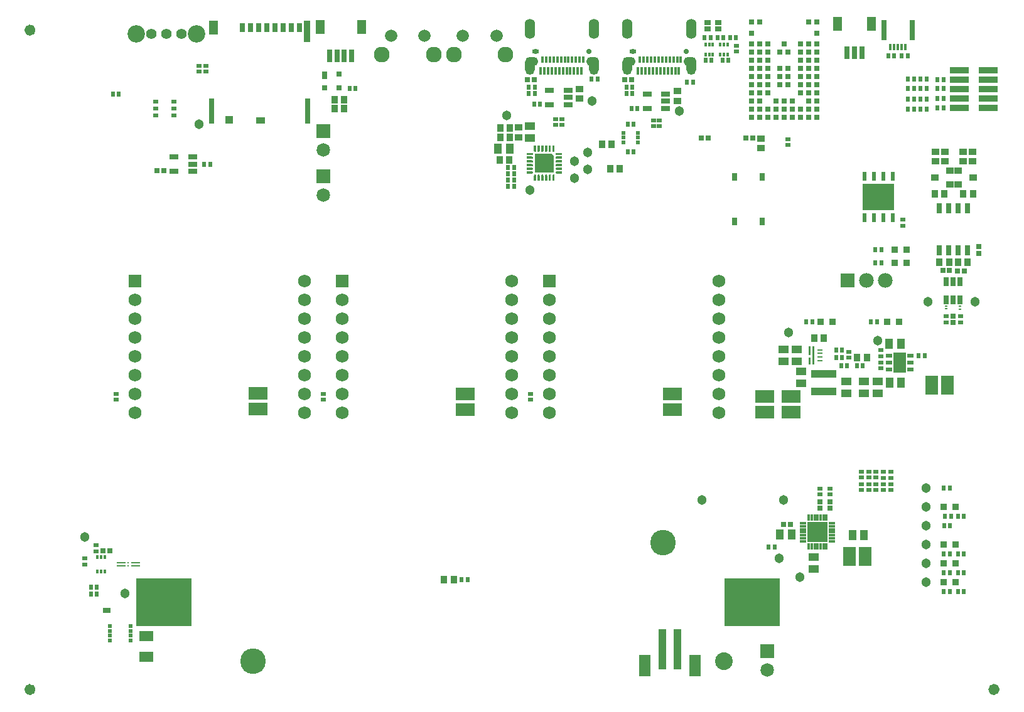
<source format=gts>
G04*
G04 #@! TF.GenerationSoftware,Altium Limited,Altium Designer,23.3.1 (30)*
G04*
G04 Layer_Color=8388736*
%FSLAX43Y43*%
%MOMM*%
G71*
G04*
G04 #@! TF.SameCoordinates,D808C254-9F92-4D33-8E88-3B856B9356EB*
G04*
G04*
G04 #@! TF.FilePolarity,Negative*
G04*
G01*
G75*
%ADD42R,0.700X1.000*%
%ADD56R,0.800X0.550*%
G04:AMPARAMS|DCode=57|XSize=0.25mm|YSize=0.6mm|CornerRadius=0.05mm|HoleSize=0mm|Usage=FLASHONLY|Rotation=270.000|XOffset=0mm|YOffset=0mm|HoleType=Round|Shape=RoundedRectangle|*
%AMROUNDEDRECTD57*
21,1,0.250,0.500,0,0,270.0*
21,1,0.150,0.600,0,0,270.0*
1,1,0.100,-0.250,-0.075*
1,1,0.100,-0.250,0.075*
1,1,0.100,0.250,0.075*
1,1,0.100,0.250,-0.075*
%
%ADD57ROUNDEDRECTD57*%
%ADD58R,2.606X1.703*%
%ADD59R,2.200X2.200*%
%ADD60C,0.270*%
G04:AMPARAMS|DCode=61|XSize=1.25mm|YSize=0.25mm|CornerRadius=0.125mm|HoleSize=0mm|Usage=FLASHONLY|Rotation=0.000|XOffset=0mm|YOffset=0mm|HoleType=Round|Shape=RoundedRectangle|*
%AMROUNDEDRECTD61*
21,1,1.250,0.000,0,0,0.0*
21,1,1.000,0.250,0,0,0.0*
1,1,0.250,0.500,0.000*
1,1,0.250,-0.500,0.000*
1,1,0.250,-0.500,0.000*
1,1,0.250,0.500,0.000*
%
%ADD61ROUNDEDRECTD61*%
%ADD62C,0.250*%
%ADD63R,7.468X6.477*%
%ADD71R,1.703X2.606*%
%ADD72C,0.750*%
G04:AMPARAMS|DCode=73|XSize=0.707mm|YSize=1mm|CornerRadius=0mm|HoleSize=0mm|Usage=FLASHONLY|Rotation=89.313|XOffset=0mm|YOffset=0mm|HoleType=Round|Shape=Rectangle|*
%AMROTATEDRECTD73*
4,1,4,0.496,-0.360,-0.504,-0.348,-0.496,0.360,0.504,0.348,0.496,-0.360,0.0*
%
%ADD73ROTATEDRECTD73*%

%ADD74C,1.302*%
%ADD75R,0.617X0.552*%
%ADD76R,0.402X0.622*%
%ADD77R,0.702X1.302*%
%ADD78R,1.252X0.702*%
%ADD79R,0.402X0.552*%
%ADD80R,0.702X1.352*%
%ADD81R,0.952X0.552*%
%ADD82R,1.802X2.702*%
%ADD83R,4.202X3.602*%
%ADD84R,0.552X1.202*%
%ADD85R,1.302X1.902*%
%ADD86R,0.702X1.652*%
%ADD87R,1.852X1.352*%
%ADD88R,1.452X1.052*%
%ADD89R,0.852X1.002*%
%ADD90R,0.622X0.652*%
%ADD91R,0.952X0.302*%
%ADD92R,0.302X0.952*%
%ADD93R,2.802X2.802*%
%ADD94R,0.602X0.502*%
%ADD95R,1.002X0.902*%
%ADD96R,0.802X0.702*%
%ADD97R,0.802X1.102*%
%ADD98R,0.702X0.702*%
%ADD99R,0.700X2.700*%
%ADD100R,0.400X0.900*%
%ADD101R,0.902X0.902*%
%ADD102R,0.952X0.752*%
%ADD103R,1.002X0.852*%
%ADD104R,2.502X0.862*%
%ADD105R,1.152X0.882*%
%ADD106R,1.002X1.032*%
%ADD107R,0.802X3.432*%
%ADD108R,0.962X2.902*%
%ADD109R,1.242X1.932*%
%ADD110R,0.802X1.202*%
%ADD111R,1.000X5.500*%
%ADD112R,1.600X3.000*%
%ADD113R,0.370X1.000*%
%ADD114R,0.370X0.900*%
%ADD115R,3.502X1.082*%
%ADD116R,0.652X0.622*%
%ADD117R,0.722X0.722*%
%ADD118C,1.102*%
%ADD119R,0.722X0.722*%
%ADD120R,1.052X1.452*%
%ADD121R,0.305X0.127*%
%ADD122C,2.352*%
%ADD123C,1.402*%
%ADD124R,1.753X1.753*%
%ADD125C,1.753*%
%ADD126R,1.827X1.827*%
%ADD127C,1.827*%
%ADD128R,1.981X1.981*%
%ADD129C,1.981*%
%ADD130C,2.128*%
%ADD131C,1.663*%
%ADD132C,2.388*%
%ADD133C,3.450*%
G04:AMPARAMS|DCode=134|XSize=2.402mm|YSize=1.302mm|CornerRadius=0.651mm|HoleSize=0mm|Usage=FLASHONLY|Rotation=270.000|XOffset=0mm|YOffset=0mm|HoleType=Round|Shape=RoundedRectangle|*
%AMROUNDEDRECTD134*
21,1,2.402,0.000,0,0,270.0*
21,1,1.100,1.302,0,0,270.0*
1,1,1.302,0.000,-0.550*
1,1,1.302,0.000,0.550*
1,1,1.302,0.000,0.550*
1,1,1.302,0.000,-0.550*
%
%ADD134ROUNDEDRECTD134*%
%ADD135C,0.702*%
%ADD136O,0.952X0.602*%
G04:AMPARAMS|DCode=137|XSize=2.702mm|YSize=1.402mm|CornerRadius=0.701mm|HoleSize=0mm|Usage=FLASHONLY|Rotation=270.000|XOffset=0mm|YOffset=0mm|HoleType=Round|Shape=RoundedRectangle|*
%AMROUNDEDRECTD137*
21,1,2.702,0.000,0,0,270.0*
21,1,1.300,1.402,0,0,270.0*
1,1,1.402,0.000,-0.650*
1,1,1.402,0.000,0.650*
1,1,1.402,0.000,0.650*
1,1,1.402,0.000,-0.650*
%
%ADD137ROUNDEDRECTD137*%
G04:AMPARAMS|DCode=138|XSize=1.752mm|YSize=1.202mm|CornerRadius=0.601mm|HoleSize=0mm|Usage=FLASHONLY|Rotation=0.000|XOffset=0mm|YOffset=0mm|HoleType=Round|Shape=RoundedRectangle|*
%AMROUNDEDRECTD138*
21,1,1.752,0.000,0,0,0.0*
21,1,0.550,1.202,0,0,0.0*
1,1,1.202,0.275,0.000*
1,1,1.202,-0.275,0.000*
1,1,1.202,-0.275,0.000*
1,1,1.202,0.275,0.000*
%
%ADD138ROUNDEDRECTD138*%
%ADD139C,0.102*%
%ADD140C,0.092*%
G36*
X5750Y74710D02*
Y74680D01*
X5727Y74625D01*
X5685Y74582D01*
X5630Y74560D01*
X5570D01*
X5515Y74582D01*
X5473Y74625D01*
X5450Y74680D01*
Y74710D01*
Y75410D01*
X5750D01*
Y74710D01*
D02*
G37*
G36*
X5250D02*
Y74680D01*
X5227Y74625D01*
X5185Y74582D01*
X5130Y74560D01*
X5070D01*
X5015Y74582D01*
X4973Y74625D01*
X4950Y74680D01*
Y74710D01*
X4950D01*
Y75410D01*
X5250D01*
Y74710D01*
D02*
G37*
G36*
X4750D02*
Y74680D01*
X4727Y74625D01*
X4685Y74582D01*
X4630Y74560D01*
X4570D01*
X4515Y74582D01*
X4473Y74625D01*
X4450Y74680D01*
Y74710D01*
Y75410D01*
X4750D01*
Y74710D01*
D02*
G37*
G36*
X4250D02*
Y74680D01*
X4227Y74625D01*
X4185Y74582D01*
X4130Y74560D01*
X4070D01*
X4015Y74582D01*
X3973Y74625D01*
X3950Y74680D01*
Y74710D01*
Y75410D01*
X4250D01*
Y74710D01*
D02*
G37*
G36*
X3750D02*
Y74680D01*
X3727Y74625D01*
X3685Y74582D01*
X3630Y74560D01*
X3570D01*
X3515Y74582D01*
X3473Y74625D01*
X3450Y74680D01*
Y74710D01*
Y75410D01*
X3750D01*
X3750Y74710D01*
D02*
G37*
G36*
X3250D02*
Y74680D01*
X3227Y74625D01*
X3185Y74582D01*
X3130Y74560D01*
X3070D01*
X3015Y74582D01*
X2973Y74625D01*
X2950Y74680D01*
Y74710D01*
Y75410D01*
X3250D01*
Y74710D01*
D02*
G37*
G36*
X6725Y74135D02*
X5995D01*
X5940Y74157D01*
X5898Y74200D01*
X5875Y74255D01*
Y74285D01*
Y74314D01*
X5898Y74369D01*
X5940Y74412D01*
X5995Y74435D01*
X6725D01*
Y74135D01*
D02*
G37*
G36*
X2760Y74412D02*
X2802Y74369D01*
X2825Y74314D01*
Y74285D01*
Y74255D01*
X2802Y74200D01*
X2760Y74157D01*
X2705Y74135D01*
X1975D01*
Y74435D01*
X2705D01*
X2760Y74412D01*
D02*
G37*
G36*
X6725Y73635D02*
X6025Y73635D01*
X5995D01*
X5940Y73657D01*
X5898Y73700D01*
X5875Y73755D01*
Y73785D01*
Y73814D01*
X5898Y73869D01*
X5940Y73912D01*
X5995Y73935D01*
X6725D01*
Y73635D01*
D02*
G37*
G36*
X2760Y73912D02*
X2802Y73869D01*
X2825Y73814D01*
Y73785D01*
Y73755D01*
X2802Y73700D01*
X2760Y73657D01*
X2705Y73635D01*
X2675D01*
Y73635D01*
X1975D01*
Y73935D01*
X2705D01*
X2760Y73912D01*
D02*
G37*
G36*
X6725Y73135D02*
X5995D01*
X5940Y73157D01*
X5898Y73200D01*
X5875Y73255D01*
Y73285D01*
Y73314D01*
X5898Y73369D01*
X5940Y73412D01*
X5995Y73435D01*
X6725D01*
Y73135D01*
D02*
G37*
G36*
X2760Y73412D02*
X2802Y73369D01*
X2825Y73314D01*
Y73285D01*
Y73255D01*
X2802Y73200D01*
X2760Y73157D01*
X2705Y73135D01*
X1975D01*
Y73435D01*
X2705D01*
X2760Y73412D01*
D02*
G37*
G36*
X6725Y72635D02*
X5995D01*
X5940Y72657D01*
X5898Y72700D01*
X5875Y72755D01*
Y72785D01*
Y72814D01*
X5898Y72869D01*
X5940Y72912D01*
X5995Y72935D01*
X6725D01*
Y72635D01*
D02*
G37*
G36*
X2760Y72912D02*
X2802Y72869D01*
X2825Y72814D01*
Y72785D01*
Y72755D01*
X2802Y72700D01*
X2760Y72657D01*
X2705Y72635D01*
X1975D01*
Y72935D01*
X2705D01*
X2760Y72912D01*
D02*
G37*
G36*
X6725Y72135D02*
X5995D01*
X5940Y72157D01*
X5898Y72200D01*
X5875Y72255D01*
Y72285D01*
Y72314D01*
X5898Y72369D01*
X5940Y72412D01*
X5995Y72435D01*
X6025D01*
Y72435D01*
X6725D01*
Y72135D01*
D02*
G37*
G36*
X2675Y72435D02*
X2705D01*
X2760Y72412D01*
X2802Y72369D01*
X2825Y72314D01*
Y72285D01*
Y72255D01*
X2802Y72200D01*
X2760Y72157D01*
X2705Y72135D01*
X1975D01*
Y72435D01*
X2675Y72435D01*
D02*
G37*
G36*
X5625Y74060D02*
Y71760D01*
X3075D01*
Y74310D01*
X5375D01*
X5625Y74060D01*
D02*
G37*
G36*
X6725Y71635D02*
X5995D01*
X5940Y71657D01*
X5898Y71700D01*
X5875Y71755D01*
Y71785D01*
Y71814D01*
X5898Y71869D01*
X5940Y71912D01*
X5995Y71935D01*
X6725D01*
Y71635D01*
D02*
G37*
G36*
X2760Y71912D02*
X2802Y71869D01*
X2825Y71814D01*
Y71785D01*
Y71755D01*
X2802Y71700D01*
X2760Y71657D01*
X2705Y71635D01*
X1975D01*
Y71935D01*
X2705D01*
X2760Y71912D01*
D02*
G37*
G36*
X5685Y71487D02*
X5727Y71445D01*
X5750Y71389D01*
Y71360D01*
Y70660D01*
X5450D01*
Y71360D01*
Y71389D01*
X5473Y71445D01*
X5515Y71487D01*
X5570Y71510D01*
X5630D01*
X5685Y71487D01*
D02*
G37*
G36*
X5185D02*
X5227Y71445D01*
X5250Y71389D01*
Y71360D01*
Y70660D01*
X4950D01*
X4950Y71360D01*
Y71389D01*
X4973Y71445D01*
X5015Y71487D01*
X5070Y71510D01*
X5130D01*
X5185Y71487D01*
D02*
G37*
G36*
X4685D02*
X4727Y71445D01*
X4750Y71389D01*
Y71360D01*
Y70660D01*
X4450D01*
Y71360D01*
Y71389D01*
X4473Y71445D01*
X4515Y71487D01*
X4570Y71510D01*
X4630D01*
X4685Y71487D01*
D02*
G37*
G36*
X4185D02*
X4227Y71445D01*
X4250Y71389D01*
Y71360D01*
Y70660D01*
X3950D01*
Y71360D01*
Y71389D01*
X3973Y71445D01*
X4015Y71487D01*
X4070Y71510D01*
X4130D01*
X4185Y71487D01*
D02*
G37*
G36*
X3685D02*
X3727Y71445D01*
X3750Y71389D01*
Y71360D01*
X3750D01*
Y70660D01*
X3450D01*
Y71360D01*
Y71389D01*
X3473Y71445D01*
X3515Y71487D01*
X3570Y71510D01*
X3630D01*
X3685Y71487D01*
D02*
G37*
G36*
X3185D02*
X3227Y71445D01*
X3250Y71389D01*
Y71360D01*
Y70660D01*
X2950D01*
Y71360D01*
Y71389D01*
X2973Y71445D01*
X3015Y71487D01*
X3070Y71510D01*
X3130D01*
X3185Y71487D01*
D02*
G37*
G36*
X40263Y48292D02*
X40277Y48278D01*
X40285Y48260D01*
Y48250D01*
Y47150D01*
Y47140D01*
X40277Y47122D01*
X40263Y47108D01*
X40245Y47100D01*
X40025D01*
X40007Y47108D01*
X39993Y47122D01*
X39985Y47140D01*
Y47150D01*
Y48250D01*
Y48260D01*
X39993Y48278D01*
X40007Y48292D01*
X40025Y48300D01*
X40245D01*
X40263Y48292D01*
D02*
G37*
G36*
X40763D02*
X40777Y48278D01*
X40785Y48260D01*
Y48250D01*
Y45950D01*
Y45940D01*
X40777Y45922D01*
X40763Y45908D01*
X40745Y45900D01*
X40575D01*
X40557Y45908D01*
X40543Y45922D01*
X40535Y45940D01*
Y45950D01*
Y48250D01*
Y48260D01*
X40543Y48278D01*
X40557Y48292D01*
X40575Y48300D01*
X40745D01*
X40763Y48292D01*
D02*
G37*
G36*
X40263Y46792D02*
X40277Y46778D01*
X40285Y46760D01*
Y46750D01*
Y45950D01*
Y45940D01*
X40277Y45922D01*
X40263Y45908D01*
X40245Y45900D01*
X40025D01*
X40007Y45908D01*
X39993Y45922D01*
X39985Y45940D01*
Y45950D01*
Y46750D01*
Y46760D01*
X39993Y46778D01*
X40007Y46792D01*
X40025Y46800D01*
X40245D01*
X40263Y46792D01*
D02*
G37*
D42*
X33750Y71200D02*
D03*
Y65200D02*
D03*
X30050Y71200D02*
D03*
Y65200D02*
D03*
D56*
X-45600Y81350D02*
D03*
Y80400D02*
D03*
Y79450D02*
D03*
X-48000D02*
D03*
Y80400D02*
D03*
Y81350D02*
D03*
D57*
X41575Y47850D02*
D03*
Y47350D02*
D03*
Y46850D02*
D03*
Y46350D02*
D03*
D58*
X21600Y41851D02*
D03*
Y39749D02*
D03*
X37600Y41551D02*
D03*
Y39449D02*
D03*
X34100Y41551D02*
D03*
Y39449D02*
D03*
X-34200Y41951D02*
D03*
Y39849D02*
D03*
X-6300Y41851D02*
D03*
Y39749D02*
D03*
D59*
X4350Y73035D02*
D03*
D60*
X6315Y74285D02*
D03*
X6300Y73785D02*
D03*
Y73285D02*
D03*
X6315Y72785D02*
D03*
X6300Y72285D02*
D03*
Y71785D02*
D03*
X5600Y71069D02*
D03*
X5100Y71085D02*
D03*
X4600D02*
D03*
X4100Y71069D02*
D03*
X3600Y71085D02*
D03*
X3100D02*
D03*
X2125Y71785D02*
D03*
X2400Y72285D02*
D03*
Y72785D02*
D03*
X2385Y73285D02*
D03*
X2400Y73785D02*
D03*
Y74285D02*
D03*
X3100Y75260D02*
D03*
X3600Y74985D02*
D03*
X4100D02*
D03*
X4600Y75000D02*
D03*
X5100Y74985D02*
D03*
X5600D02*
D03*
D61*
X-52725Y18650D02*
D03*
X-50725D02*
D03*
Y19150D02*
D03*
X-52725D02*
D03*
D62*
X-51725Y18650D02*
D03*
Y19150D02*
D03*
D63*
X32412Y13800D02*
D03*
X-46963D02*
D03*
D71*
X45549Y20000D02*
D03*
X47651D02*
D03*
X56649Y43100D02*
D03*
X58751D02*
D03*
D72*
X-64625Y91000D02*
G03*
X-64625Y91000I-375J0D01*
G01*
Y2000D02*
G03*
X-64625Y2000I-375J0D01*
G01*
X65375D02*
G03*
X65375Y2000I-375J0D01*
G01*
D73*
X-54662Y12718D02*
D03*
D74*
X-42200Y78300D02*
D03*
X55880Y16510D02*
D03*
Y21590D02*
D03*
Y29210D02*
D03*
Y26670D02*
D03*
Y19050D02*
D03*
Y24130D02*
D03*
X49300Y49100D02*
D03*
X37300Y50200D02*
D03*
X36000Y19700D02*
D03*
X10800Y81400D02*
D03*
X38800Y17200D02*
D03*
X25600Y27600D02*
D03*
X36600D02*
D03*
X22600Y80100D02*
D03*
X10229Y72200D02*
D03*
X8400Y71000D02*
D03*
X10200Y74500D02*
D03*
X2400Y69400D02*
D03*
X8400Y73300D02*
D03*
X56100Y54300D02*
D03*
X62425Y54350D02*
D03*
X-700Y79500D02*
D03*
X-52200Y15000D02*
D03*
X-57600Y22600D02*
D03*
D75*
X-54208Y10575D02*
D03*
Y9925D02*
D03*
Y9275D02*
D03*
Y8625D02*
D03*
X-51392D02*
D03*
Y9275D02*
D03*
Y9925D02*
D03*
Y10575D02*
D03*
D76*
X-55875Y19840D02*
D03*
X-55375D02*
D03*
X-54875D02*
D03*
Y17960D02*
D03*
X-55375D02*
D03*
X-55875D02*
D03*
D77*
X60450Y57050D02*
D03*
X59500D02*
D03*
X58550D02*
D03*
Y54550D02*
D03*
X59500D02*
D03*
X60450D02*
D03*
D78*
X7550Y80950D02*
D03*
Y81900D02*
D03*
Y82850D02*
D03*
X5050D02*
D03*
Y80950D02*
D03*
X-45550Y71950D02*
D03*
Y73850D02*
D03*
X-43050D02*
D03*
Y72900D02*
D03*
Y71950D02*
D03*
X18250Y80450D02*
D03*
Y82350D02*
D03*
X20750D02*
D03*
Y81400D02*
D03*
Y80450D02*
D03*
D79*
X27100Y87725D02*
D03*
X26600D02*
D03*
X26100D02*
D03*
X27100Y89075D02*
D03*
X26100D02*
D03*
X26600D02*
D03*
X28100D02*
D03*
X28600D02*
D03*
X29100D02*
D03*
X28100Y87725D02*
D03*
X29100D02*
D03*
X28600D02*
D03*
D80*
X57595Y61265D02*
D03*
X58865D02*
D03*
X60135D02*
D03*
X61405D02*
D03*
X57595Y66915D02*
D03*
X58865D02*
D03*
X60135D02*
D03*
X61405D02*
D03*
D81*
X53750Y45150D02*
D03*
Y46100D02*
D03*
Y47050D02*
D03*
X50850D02*
D03*
Y46100D02*
D03*
Y45150D02*
D03*
D82*
X52300Y46100D02*
D03*
D83*
X49435Y68500D02*
D03*
D84*
X51340Y65700D02*
D03*
X50070D02*
D03*
X48800D02*
D03*
X47530D02*
D03*
Y71300D02*
D03*
X48800D02*
D03*
X50070D02*
D03*
X51340D02*
D03*
D85*
X-20300Y91400D02*
D03*
X-25900D02*
D03*
X43900Y91825D02*
D03*
X48500D02*
D03*
D86*
X-24600Y87525D02*
D03*
X-23600D02*
D03*
X-22600D02*
D03*
X-21600D02*
D03*
X47200Y87950D02*
D03*
X46200D02*
D03*
X45200D02*
D03*
D87*
X-49300Y9200D02*
D03*
Y6400D02*
D03*
D88*
X49300Y43600D02*
D03*
Y42000D02*
D03*
X36600Y47900D02*
D03*
Y46300D02*
D03*
X40700Y18300D02*
D03*
Y19900D02*
D03*
X47500Y43600D02*
D03*
Y42000D02*
D03*
X2400Y76400D02*
D03*
Y78000D02*
D03*
X39025Y43300D02*
D03*
Y44900D02*
D03*
X38375Y47900D02*
D03*
Y46300D02*
D03*
X45100Y43600D02*
D03*
Y42000D02*
D03*
D89*
X14550Y72300D02*
D03*
X13250D02*
D03*
X-22650Y80400D02*
D03*
X-23950D02*
D03*
X-22650Y81600D02*
D03*
X-23950D02*
D03*
X-7850Y16800D02*
D03*
X-9150D02*
D03*
X-350Y73500D02*
D03*
X-1650D02*
D03*
X-270Y77750D02*
D03*
X-1570D02*
D03*
X-270Y76500D02*
D03*
X-1570D02*
D03*
X62175Y68865D02*
D03*
X60875D02*
D03*
X60125Y59690D02*
D03*
X61425D02*
D03*
X58950D02*
D03*
X57650D02*
D03*
X57000Y68890D02*
D03*
X58300D02*
D03*
X40750Y49400D02*
D03*
X42050D02*
D03*
X13450Y75600D02*
D03*
X12150D02*
D03*
X47850Y46800D02*
D03*
X46550D02*
D03*
D90*
X47300Y45700D02*
D03*
X46500D02*
D03*
X28500Y89975D02*
D03*
X27700D02*
D03*
X30200D02*
D03*
X29400D02*
D03*
X26000D02*
D03*
X26800D02*
D03*
X29200Y86900D02*
D03*
X28400D02*
D03*
X26100D02*
D03*
X26900D02*
D03*
X-21100Y83100D02*
D03*
X-21900D02*
D03*
X3800Y81000D02*
D03*
X3000D02*
D03*
X58200Y80500D02*
D03*
X57400D02*
D03*
Y81800D02*
D03*
X58200D02*
D03*
Y84300D02*
D03*
X57400D02*
D03*
X58200Y83100D02*
D03*
X57400D02*
D03*
X52550Y87525D02*
D03*
X53350D02*
D03*
X50750Y87550D02*
D03*
X51550D02*
D03*
X16100Y80400D02*
D03*
X16900D02*
D03*
X60160Y17780D02*
D03*
X60960D02*
D03*
X59100Y24100D02*
D03*
X58300D02*
D03*
X59220Y25400D02*
D03*
X58420D02*
D03*
X59055Y17780D02*
D03*
X58255D02*
D03*
X60160Y25400D02*
D03*
X60960D02*
D03*
X59055Y15240D02*
D03*
X58255D02*
D03*
X59055Y20320D02*
D03*
X58255D02*
D03*
X59055Y29210D02*
D03*
X58255D02*
D03*
X60160Y15240D02*
D03*
X60960D02*
D03*
X-6000Y16800D02*
D03*
X-6800D02*
D03*
X60160Y20320D02*
D03*
X60960D02*
D03*
X280Y72425D02*
D03*
X-520D02*
D03*
Y71575D02*
D03*
X280D02*
D03*
Y70725D02*
D03*
X-520D02*
D03*
Y69875D02*
D03*
X280D02*
D03*
X44500Y46800D02*
D03*
X43700D02*
D03*
X44400Y45700D02*
D03*
X45200D02*
D03*
X44500Y47800D02*
D03*
X43700D02*
D03*
X24400Y84000D02*
D03*
X23600D02*
D03*
X16225Y82475D02*
D03*
X15425D02*
D03*
Y83325D02*
D03*
X16225D02*
D03*
X3075Y82450D02*
D03*
X2275D02*
D03*
X11550Y84375D02*
D03*
X10750D02*
D03*
X3075Y83325D02*
D03*
X2275D02*
D03*
X55644Y47050D02*
D03*
X54844D02*
D03*
X35400Y21200D02*
D03*
X34600D02*
D03*
X54200Y81700D02*
D03*
X53400D02*
D03*
X54200Y80300D02*
D03*
X53400D02*
D03*
X54200Y83100D02*
D03*
X53400D02*
D03*
X54200Y84400D02*
D03*
X53400D02*
D03*
X55900Y81700D02*
D03*
X55100D02*
D03*
X55900Y80300D02*
D03*
X55100D02*
D03*
X55900Y83100D02*
D03*
X55100D02*
D03*
X55900Y84400D02*
D03*
X55100D02*
D03*
X49800Y61400D02*
D03*
X49000D02*
D03*
X49800Y59600D02*
D03*
X49000D02*
D03*
X40500Y51600D02*
D03*
X39700D02*
D03*
X49200D02*
D03*
X48400D02*
D03*
X-41500Y72900D02*
D03*
X-40700D02*
D03*
X-56000Y14900D02*
D03*
X-56800D02*
D03*
X-56000Y15800D02*
D03*
X-56800D02*
D03*
X16400Y78300D02*
D03*
X15600D02*
D03*
Y74600D02*
D03*
X16400D02*
D03*
X-53800Y82400D02*
D03*
X-53000D02*
D03*
D91*
X43170Y22025D02*
D03*
Y22425D02*
D03*
Y22825D02*
D03*
Y23225D02*
D03*
Y23625D02*
D03*
Y24025D02*
D03*
Y24425D02*
D03*
X39270D02*
D03*
Y24025D02*
D03*
Y23625D02*
D03*
Y23225D02*
D03*
Y22825D02*
D03*
Y22425D02*
D03*
Y22025D02*
D03*
D92*
X42420Y25175D02*
D03*
X42020D02*
D03*
X41620D02*
D03*
X41220D02*
D03*
X40820D02*
D03*
X40420D02*
D03*
X40020D02*
D03*
Y21275D02*
D03*
X40420D02*
D03*
X40820D02*
D03*
X41220D02*
D03*
X41620D02*
D03*
X42020D02*
D03*
X42420D02*
D03*
D93*
X41220Y23225D02*
D03*
D94*
X16950Y77150D02*
D03*
Y76500D02*
D03*
Y75850D02*
D03*
X15050D02*
D03*
Y76500D02*
D03*
Y77150D02*
D03*
D95*
X57025Y71115D02*
D03*
X59025Y72065D02*
D03*
Y70165D02*
D03*
X62175Y71115D02*
D03*
X60175Y70165D02*
D03*
Y72065D02*
D03*
D96*
X-23300Y85100D02*
D03*
Y83200D02*
D03*
X-25300D02*
D03*
D97*
Y84900D02*
D03*
D98*
X40000Y88000D02*
D03*
X41100Y85800D02*
D03*
X40000Y86900D02*
D03*
X36150Y88000D02*
D03*
X32300Y92100D02*
D03*
Y90600D02*
D03*
X32300Y89100D02*
D03*
Y88000D02*
D03*
Y86900D02*
D03*
Y85800D02*
D03*
Y84700D02*
D03*
Y83600D02*
D03*
Y82500D02*
D03*
Y81400D02*
D03*
Y80300D02*
D03*
Y79200D02*
D03*
X33400Y92100D02*
D03*
X33400Y89100D02*
D03*
Y88000D02*
D03*
Y86900D02*
D03*
Y85800D02*
D03*
Y84700D02*
D03*
Y83600D02*
D03*
Y82500D02*
D03*
Y81400D02*
D03*
Y80300D02*
D03*
Y79200D02*
D03*
X34500Y89100D02*
D03*
Y88000D02*
D03*
Y86900D02*
D03*
Y85800D02*
D03*
Y84700D02*
D03*
Y83600D02*
D03*
Y82500D02*
D03*
Y80300D02*
D03*
Y79200D02*
D03*
X35600Y81400D02*
D03*
Y80300D02*
D03*
Y79200D02*
D03*
X36700Y89100D02*
D03*
X36150Y85800D02*
D03*
Y83600D02*
D03*
X36700Y81400D02*
D03*
Y80300D02*
D03*
Y79200D02*
D03*
X37800Y81400D02*
D03*
Y80300D02*
D03*
Y79200D02*
D03*
X38900Y89100D02*
D03*
Y88000D02*
D03*
Y86900D02*
D03*
Y85800D02*
D03*
Y84700D02*
D03*
Y83600D02*
D03*
Y82500D02*
D03*
Y80300D02*
D03*
Y79200D02*
D03*
X40000Y92100D02*
D03*
X40000Y89100D02*
D03*
Y85800D02*
D03*
Y80300D02*
D03*
X41100Y92100D02*
D03*
Y90600D02*
D03*
Y89100D02*
D03*
Y88000D02*
D03*
Y86900D02*
D03*
Y79200D02*
D03*
X36150Y84700D02*
D03*
X37250Y88000D02*
D03*
Y85800D02*
D03*
Y83600D02*
D03*
Y84700D02*
D03*
X40000Y84700D02*
D03*
Y83600D02*
D03*
Y82500D02*
D03*
X41100D02*
D03*
Y83600D02*
D03*
Y84700D02*
D03*
Y81400D02*
D03*
Y80300D02*
D03*
X40000Y79200D02*
D03*
Y81400D02*
D03*
D99*
X53950Y91000D02*
D03*
X50150D02*
D03*
D100*
X51050Y88700D02*
D03*
X53050D02*
D03*
X52550D02*
D03*
X52050D02*
D03*
X51550D02*
D03*
D101*
X52200Y51600D02*
D03*
X50600D02*
D03*
X59855Y16510D02*
D03*
X58255D02*
D03*
X59855Y19050D02*
D03*
X58255D02*
D03*
X59855Y26670D02*
D03*
X58255D02*
D03*
Y21590D02*
D03*
X59855D02*
D03*
X51600Y61400D02*
D03*
X53200D02*
D03*
X51600Y59600D02*
D03*
X53200D02*
D03*
X43200Y51600D02*
D03*
X41600D02*
D03*
D102*
X27800Y91175D02*
D03*
Y92025D02*
D03*
X26350Y91175D02*
D03*
Y92025D02*
D03*
D103*
X22300Y81450D02*
D03*
Y82750D02*
D03*
X33600Y76350D02*
D03*
Y75050D02*
D03*
X9100Y83050D02*
D03*
Y81750D02*
D03*
X900Y76550D02*
D03*
Y77850D02*
D03*
X60875Y73290D02*
D03*
Y74590D02*
D03*
X58350D02*
D03*
Y73290D02*
D03*
X62125Y74590D02*
D03*
Y73290D02*
D03*
X57075Y74590D02*
D03*
Y73290D02*
D03*
D104*
X60368Y80493D02*
D03*
Y81762D02*
D03*
Y83033D02*
D03*
Y84302D02*
D03*
Y85573D02*
D03*
X64268D02*
D03*
Y84302D02*
D03*
Y83033D02*
D03*
Y81762D02*
D03*
Y80493D02*
D03*
D105*
X-33905Y78775D02*
D03*
D106*
X-38170Y78850D02*
D03*
D107*
X-27520Y80050D02*
D03*
X-40480D02*
D03*
D108*
X-27600Y90815D02*
D03*
D109*
X-40260Y91300D02*
D03*
D110*
X-28680Y91315D02*
D03*
X-29780D02*
D03*
X-30880D02*
D03*
X-31980D02*
D03*
X-33080D02*
D03*
X-34180D02*
D03*
X-35280D02*
D03*
X-36380D02*
D03*
D111*
X20300Y7450D02*
D03*
X22300D02*
D03*
D112*
X17900Y5200D02*
D03*
X24700D02*
D03*
D113*
X22525Y85450D02*
D03*
X22025D02*
D03*
X21525D02*
D03*
X21025D02*
D03*
X20525D02*
D03*
X20025D02*
D03*
X19525D02*
D03*
X19025D02*
D03*
X18525D02*
D03*
X18025D02*
D03*
X17525D02*
D03*
X17025D02*
D03*
X3875D02*
D03*
X4375D02*
D03*
X4875D02*
D03*
X5375D02*
D03*
X5875D02*
D03*
X6375D02*
D03*
X6875D02*
D03*
X7375D02*
D03*
X7875D02*
D03*
X8375D02*
D03*
X8875D02*
D03*
X9375D02*
D03*
D114*
X17275Y87050D02*
D03*
X17775D02*
D03*
X18275D02*
D03*
X18775D02*
D03*
X19275D02*
D03*
X19775D02*
D03*
X20275D02*
D03*
X20775D02*
D03*
X21275D02*
D03*
X21775D02*
D03*
X22275D02*
D03*
X22775D02*
D03*
X9625D02*
D03*
X9125D02*
D03*
X8625D02*
D03*
X8125D02*
D03*
X7625D02*
D03*
X7125D02*
D03*
X6625D02*
D03*
X6125D02*
D03*
X5625D02*
D03*
X5125D02*
D03*
X4625D02*
D03*
X4125D02*
D03*
D115*
X42050Y44635D02*
D03*
Y42265D02*
D03*
D116*
X52700Y64600D02*
D03*
Y65400D02*
D03*
X30300Y88100D02*
D03*
Y88900D02*
D03*
X-53340Y41110D02*
D03*
Y41910D02*
D03*
X5900Y78200D02*
D03*
Y79000D02*
D03*
X19100Y78800D02*
D03*
Y78000D02*
D03*
X2540Y41910D02*
D03*
Y41110D02*
D03*
X-25400Y41910D02*
D03*
Y41110D02*
D03*
X19900Y78800D02*
D03*
Y78000D02*
D03*
X6700Y79000D02*
D03*
Y78200D02*
D03*
X42900Y28300D02*
D03*
Y29100D02*
D03*
X49105Y29725D02*
D03*
Y28925D02*
D03*
X50075Y31375D02*
D03*
Y30575D02*
D03*
X51100Y31375D02*
D03*
Y30575D02*
D03*
X47130Y31400D02*
D03*
Y30600D02*
D03*
X47130Y29725D02*
D03*
Y28925D02*
D03*
X48100Y31400D02*
D03*
Y30600D02*
D03*
X50070Y29700D02*
D03*
Y28900D02*
D03*
X41500Y28300D02*
D03*
Y29100D02*
D03*
X49105Y31400D02*
D03*
Y30600D02*
D03*
X48100Y29725D02*
D03*
Y28925D02*
D03*
X51100Y29700D02*
D03*
Y28900D02*
D03*
X45400Y46800D02*
D03*
Y47600D02*
D03*
X49725Y46975D02*
D03*
Y47775D02*
D03*
Y45325D02*
D03*
Y46125D02*
D03*
X-57600Y18900D02*
D03*
Y19700D02*
D03*
X-56125Y21450D02*
D03*
Y20650D02*
D03*
X37250Y75500D02*
D03*
Y76300D02*
D03*
X-42200Y86200D02*
D03*
Y85400D02*
D03*
X-41300D02*
D03*
Y86200D02*
D03*
X60468Y51571D02*
D03*
Y52371D02*
D03*
X58561Y51571D02*
D03*
Y52371D02*
D03*
D117*
X25550Y76400D02*
D03*
X26450D02*
D03*
X36650Y24300D02*
D03*
X37550D02*
D03*
X60975Y58515D02*
D03*
X60075D02*
D03*
X58100Y58525D02*
D03*
X59000D02*
D03*
X16125Y84275D02*
D03*
X15225D02*
D03*
X2075D02*
D03*
X2975D02*
D03*
X-55125Y20750D02*
D03*
X-54225D02*
D03*
X-46950Y72000D02*
D03*
X-47850D02*
D03*
X32450Y76400D02*
D03*
X31550D02*
D03*
D118*
X-65000Y91000D02*
D03*
Y2000D02*
D03*
X65000D02*
D03*
D119*
X42900Y27350D02*
D03*
Y26450D02*
D03*
X41500Y27350D02*
D03*
Y26450D02*
D03*
X62950Y60890D02*
D03*
Y61790D02*
D03*
X59511Y52411D02*
D03*
Y51511D02*
D03*
D120*
X36100Y22900D02*
D03*
X37700D02*
D03*
X50900Y43400D02*
D03*
X52500D02*
D03*
X50850Y48700D02*
D03*
X52450D02*
D03*
X47500Y22800D02*
D03*
X45900D02*
D03*
X-300Y75000D02*
D03*
X-1900D02*
D03*
D121*
X60456Y53357D02*
D03*
Y53707D02*
D03*
X58551Y53369D02*
D03*
Y53719D02*
D03*
D122*
X-50700Y90500D02*
D03*
X-42500D02*
D03*
D123*
X-48600D02*
D03*
X-46600D02*
D03*
X-44600D02*
D03*
D124*
X5080Y57150D02*
D03*
X-50800D02*
D03*
X-22860D02*
D03*
D125*
X5080Y54610D02*
D03*
Y46990D02*
D03*
Y41910D02*
D03*
Y44450D02*
D03*
Y49530D02*
D03*
Y39370D02*
D03*
Y52070D02*
D03*
X27940Y39370D02*
D03*
Y49530D02*
D03*
Y44450D02*
D03*
Y46990D02*
D03*
Y57150D02*
D03*
Y52070D02*
D03*
Y54610D02*
D03*
Y41910D02*
D03*
X-50800Y54610D02*
D03*
Y46990D02*
D03*
Y41910D02*
D03*
Y44450D02*
D03*
Y49530D02*
D03*
Y39370D02*
D03*
Y52070D02*
D03*
X-27940Y39370D02*
D03*
Y49530D02*
D03*
Y44450D02*
D03*
Y46990D02*
D03*
Y57150D02*
D03*
Y52070D02*
D03*
Y54610D02*
D03*
Y41910D02*
D03*
X0D02*
D03*
Y54610D02*
D03*
Y52070D02*
D03*
Y57150D02*
D03*
Y46990D02*
D03*
Y44450D02*
D03*
Y49530D02*
D03*
Y39370D02*
D03*
X-22860Y52070D02*
D03*
Y39370D02*
D03*
Y49530D02*
D03*
Y44450D02*
D03*
Y41910D02*
D03*
Y46990D02*
D03*
Y54610D02*
D03*
D126*
X34400Y7140D02*
D03*
X-25400Y77400D02*
D03*
Y71240D02*
D03*
D127*
X34400Y4600D02*
D03*
X-25400Y74860D02*
D03*
Y68700D02*
D03*
D128*
X45260Y57200D02*
D03*
D129*
X47800D02*
D03*
X50340D02*
D03*
D130*
X-17555Y87710D02*
D03*
X-10545D02*
D03*
X-7855D02*
D03*
X-845D02*
D03*
D131*
X-16300Y90200D02*
D03*
X-11800D02*
D03*
X-6600D02*
D03*
X-2100D02*
D03*
D132*
X28577Y5799D02*
D03*
D133*
X20347Y21801D02*
D03*
X-34897Y5799D02*
D03*
D134*
X24220Y86150D02*
D03*
X15580D02*
D03*
X2430D02*
D03*
X11070D02*
D03*
D135*
X23500Y88150D02*
D03*
X10350D02*
D03*
D136*
X16300D02*
D03*
X3150D02*
D03*
D137*
X24220Y91200D02*
D03*
X15580D02*
D03*
X2430D02*
D03*
X11070D02*
D03*
D138*
X23995Y86750D02*
D03*
X15805D02*
D03*
X2655D02*
D03*
X10845D02*
D03*
D139*
X-58000Y5000D02*
D03*
X58000Y90000D02*
D03*
X-58000D02*
D03*
X58000Y5000D02*
D03*
D140*
X-43050Y82850D02*
D03*
M02*

</source>
